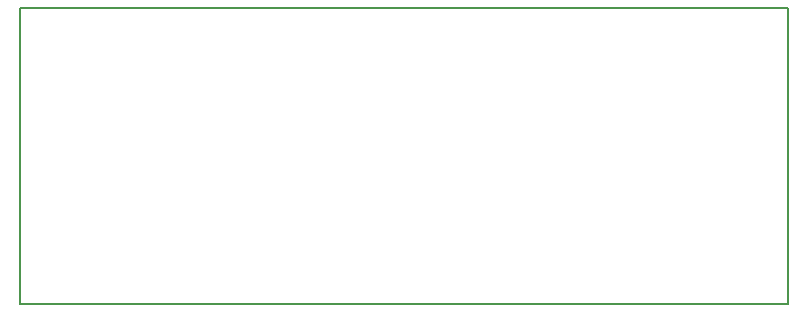
<source format=gbr>
G04 DipTrace 3.3.1.3*
G04 crowbar-revA-BoardOutline.gbr*
%MOMM*%
G04 #@! TF.FileFunction,Profile*
G04 #@! TF.Part,Single*
%ADD11C,0.1524*%
%FSLAX35Y35*%
G04*
G71*
G90*
G75*
G01*
G04 BoardOutline*
%LPD*%
X0Y0D2*
D11*
Y2500000D1*
X6500000D1*
Y0D1*
X0D1*
M02*

</source>
